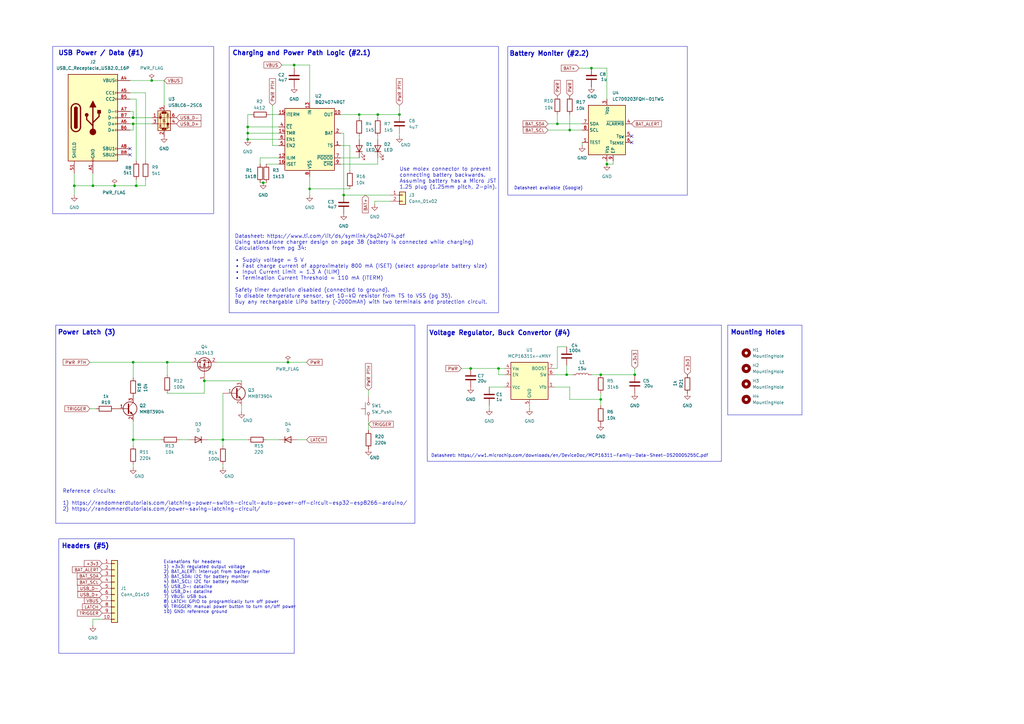
<source format=kicad_sch>
(kicad_sch (version 20231120) (generator "eeschema") (generator_version "8.0")
  (paper "A3")
  (title_block (title "BeeBoard") (date "2025-02-09") (rev "V1") (company "LMakers"))
  (lib_symbols
    (symbol "Battery_Management:BQ24074RGT"
      (property "Reference" "U" (at -8.89 13.97 0))
      (property "Value" "BQ24074RGT" (at 16.51 13.97 0))
      (symbol "BQ24074RGT_1_1"
        (pin passive line (at 12.7 -2.54 180) (length 2.54) (name "TS") (number "1"))
        (pin power_out line (at 12.7 10.16 180) (length 2.54) (name "OUT") (number "10"))
        (pin passive line (at 12.7 10.16 180) (length 2.54) hide (name "OUT") (number "11"))
        (pin passive line (at -12.7 -7.62 0) (length 2.54) (name "ILIM") (number "12"))
        (pin power_in line (at 0 15.24 270) (length 2.54) (name "IN") (number "13"))
        (pin input line (at -12.7 2.54 0) (length 2.54) (name "TMR") (number "14"))
        (pin input line (at -12.7 10.16 0) (length 2.54) (name "ITERM") (number "15"))
        (pin passive line (at -12.7 -10.16 0) (length 2.54) (name "ISET") (number "16"))
        (pin passive line (at 0 -15.24 90) (length 2.54) hide (name "VSS") (number "17"))
        (pin power_out line (at 12.7 2.54 180) (length 2.54) (name "BAT") (number "2"))
        (pin passive line (at 12.7 2.54 180) (length 2.54) hide (name "BAT") (number "3"))
        (pin input line (at -12.7 5.08 0) (length 2.54) (name "~{CE}") (number "4"))
        (pin input line (at -12.7 -2.54 0) (length 2.54) (name "EN2") (number "5"))
        (pin input line (at -12.7 0 0) (length 2.54) (name "EN1") (number "6"))
        (pin open_collector line (at 12.7 -7.62 180) (length 2.54) (name "~{PGOOD}") (number "7"))
        (pin power_in line (at 0 -15.24 90) (length 2.54) (name "VSS") (number "8"))
        (pin open_collector line (at 12.7 -10.16 180) (length 2.54) (name "~{CHG}") (number "9"))
      )
    )
    (symbol "Battery_Management:LC709203FQH-01TWG"
      (property "Reference" "U" (at -6.35 11.43 0))
      (property "Value" "LC709203FQH-01TWG" (at 11.43 11.43 0))
      (symbol "LC709203FQH-01TWG_1_1"
        (pin input line (at -10.16 -5.08 0) (length 2.54) (name "TEST") (number "1"))
        (pin power_in line (at 0 -12.7 90) (length 2.54) (name "V_{SS}") (number "2"))
        (pin power_in line (at 0 12.7 270) (length 2.54) (name "V_{DD}") (number "3"))
        (pin open_collector line (at 10.16 2.54 180) (length 2.54) (name "~{ALARMB}") (number "4"))
        (pin output line (at 10.16 -2.54 180) (length 2.54) (name "T_{SW}") (number "5"))
        (pin input line (at 10.16 -5.08 180) (length 2.54) (name "T_{SENSE}") (number "6"))
        (pin bidirectional line (at -10.16 2.54 0) (length 2.54) (name "SDA") (number "7"))
        (pin input line (at -10.16 0 0) (length 2.54) (name "SCL") (number "8"))
        (pin passive line (at 2.54 -12.7 90) (length 2.54) (name "EP") (number "9"))
      )
    )
    (symbol "Connector:USB_C_Receptacle_USB2.0_16P" (pin_names (offset 1.016))
      (property "Reference" "J" (at 0 22.225 0))
      (property "Value" "USB_C_Receptacle_USB2.0_16P" (at 0 19.685 0))
      (symbol "USB_C_Receptacle_USB2.0_16P_1_1"
        (pin passive line (at 0 -22.86 90) (length 5.08) (name "GND") (number "A1"))
        (pin passive line (at 0 -22.86 90) (length 5.08) hide (name "GND") (number "A12"))
        (pin passive line (at 15.24 15.24 180) (length 5.08) (name "VBUS") (number "A4"))
        (pin bidirectional line (at 15.24 10.16 180) (length 5.08) (name "CC1") (number "A5"))
        (pin bidirectional line (at 15.24 -2.54 180) (length 5.08) (name "D+") (number "A6"))
        (pin bidirectional line (at 15.24 2.54 180) (length 5.08) (name "D-") (number "A7"))
        (pin bidirectional line (at 15.24 -12.7 180) (length 5.08) (name "SBU1") (number "A8"))
        (pin passive line (at 15.24 15.24 180) (length 5.08) hide (name "VBUS") (number "A9"))
        (pin passive line (at 0 -22.86 90) (length 5.08) hide (name "GND") (number "B1"))
        (pin passive line (at 0 -22.86 90) (length 5.08) hide (name "GND") (number "B12"))
        (pin passive line (at 15.24 15.24 180) (length 5.08) hide (name "VBUS") (number "B4"))
        (pin bidirectional line (at 15.24 7.62 180) (length 5.08) (name "CC2") (number "B5"))
        (pin bidirectional line (at 15.24 -5.08 180) (length 5.08) (name "D+") (number "B6"))
        (pin bidirectional line (at 15.24 0 180) (length 5.08) (name "D-") (number "B7"))
        (pin bidirectional line (at 15.24 -15.24 180) (length 5.08) (name "SBU2") (number "B8"))
        (pin passive line (at 15.24 15.24 180) (length 5.08) hide (name "VBUS") (number "B9"))
        (pin passive line (at -7.62 -22.86 90) (length 5.08) (name "SHIELD") (number "S1"))
      )
    )
    (symbol "Connector_Generic:Conn_01x02" (pin_names (offset 1.016) hide)
      (property "Reference" "J" (at 0 2.54 0))
      (property "Value" "Conn_01x02" (at 0 -5.08 0))
      (symbol "Conn_01x02_1_1"
        (pin passive line (at -5.08 0 0) (length 3.81) (name "Pin_1") (number "1"))
        (pin passive line (at -5.08 -2.54 0) (length 3.81) (name "Pin_2") (number "2"))
      )
    )
    (symbol "Connector_Generic:Conn_01x10" (pin_names (offset 1.016) hide)
      (property "Reference" "J" (at 0 12.7 0))
      (property "Value" "Conn_01x10" (at 0 -15.24 0))
      (symbol "Conn_01x10_1_1"
        (pin passive line (at -5.08 10.16 0) (length 3.81) (name "Pin_1") (number "1"))
        (pin passive line (at -5.08 -12.7 0) (length 3.81) (name "Pin_10") (number "10"))
        (pin passive line (at -5.08 7.62 0) (length 3.81) (name "Pin_2") (number "2"))
        (pin passive line (at -5.08 5.08 0) (length 3.81) (name "Pin_3") (number "3"))
        (pin passive line (at -5.08 2.54 0) (length 3.81) (name "Pin_4") (number "4"))
        (pin passive line (at -5.08 0 0) (length 3.81) (name "Pin_5") (number "5"))
        (pin passive line (at -5.08 -2.54 0) (length 3.81) (name "Pin_6") (number "6"))
        (pin passive line (at -5.08 -5.08 0) (length 3.81) (name "Pin_7") (number "7"))
        (pin passive line (at -5.08 -7.62 0) (length 3.81) (name "Pin_8") (number "8"))
        (pin passive line (at -5.08 -10.16 0) (length 3.81) (name "Pin_9") (number "9"))
      )
    )
    (symbol "Device:C" (pin_numbers hide) (pin_names (offset 0.254))
      (property "Reference" "C" (at 0.635 2.54 0))
      (property "Value" "C" (at 0.635 -2.54 0))
      (symbol "C_1_1"
        (pin passive line (at 0 3.81 270) (length 2.794) (name "~") (number "1"))
        (pin passive line (at 0 -3.81 90) (length 2.794) (name "~") (number "2"))
      )
    )
    (symbol "Device:D" (pin_numbers hide) (pin_names (offset 1.016) hide)
      (property "Reference" "D" (at 0 2.54 0))
      (property "Value" "D" (at 0 -2.54 0))
      (symbol "D_1_1"
        (pin passive line (at -3.81 0 0) (length 2.54) (name "K") (number "1"))
        (pin passive line (at 3.81 0 180) (length 2.54) (name "A") (number "2"))
      )
    )
    (symbol "Device:L" (pin_numbers hide) (pin_names (offset 1.016) hide)
      (property "Reference" "L" (at -1.27 0 90))
      (property "Value" "L" (at 1.905 0 90))
      (symbol "L_1_1"
        (pin passive line (at 0 3.81 270) (length 1.27) (name "1") (number "1"))
        (pin passive line (at 0 -3.81 90) (length 1.27) (name "2") (number "2"))
      )
    )
    (symbol "Device:LED" (pin_numbers hide) (pin_names (offset 1.016) hide)
      (property "Reference" "D" (at 0 2.54 0))
      (property "Value" "LED" (at 0 -2.54 0))
      (symbol "LED_1_1"
        (pin passive line (at -3.81 0 0) (length 2.54) (name "K") (number "1"))
        (pin passive line (at 3.81 0 180) (length 2.54) (name "A") (number "2"))
      )
    )
    (symbol "Device:Q_PMOS_GSD" (pin_names (offset 0) hide)
      (property "Reference" "Q" (at 5.08 1.27 0))
      (property "Value" "Q_PMOS_GSD" (at 5.08 -1.27 0))
      (symbol "Q_PMOS_GSD_1_1"
        (pin input line (at -5.08 0 0) (length 2.54) (name "G") (number "1"))
        (pin passive line (at 2.54 -5.08 90) (length 2.54) (name "S") (number "2"))
        (pin passive line (at 2.54 5.08 270) (length 2.54) (name "D") (number "3"))
      )
    )
    (symbol "Device:R" (pin_numbers hide) (pin_names (offset 0))
      (property "Reference" "R" (at 2.032 0 90))
      (property "Value" "R" (at 0 0 90))
      (symbol "R_1_1"
        (pin passive line (at 0 3.81 270) (length 1.27) (name "~") (number "1"))
        (pin passive line (at 0 -3.81 90) (length 1.27) (name "~") (number "2"))
      )
    )
    (symbol "Mechanical:MountingHole" (pin_names (offset 1.016)) (exclude_from_sim yes) (in_bom no)
      (property "Reference" "H" (at 0 5.08 0))
      (property "Value" "MountingHole" (at 0 3.175 0))
    )
    (symbol "Power_Protection:USBLC6-2SC6" (pin_names hide)
      (property "Reference" "U" (at 0.635 5.715 0))
      (property "Value" "USBLC6-2SC6" (at 0.635 3.81 0))
      (symbol "USBLC6-2SC6_1_1"
        (pin passive line (at -5.08 0 0) (length 2.54) (name "I/O1") (number "1"))
        (pin passive line (at 0 -7.62 90) (length 2.54) (name "GND") (number "2"))
        (pin passive line (at -5.08 -2.54 0) (length 2.54) (name "I/O2") (number "3"))
        (pin passive line (at 5.08 -2.54 180) (length 2.54) (name "I/O2") (number "4"))
        (pin passive line (at 0 5.08 270) (length 2.54) (name "VBUS") (number "5"))
        (pin passive line (at 5.08 0 180) (length 2.54) (name "I/O1") (number "6"))
      )
    )
    (symbol "Regulator_Switching:MCP16311x-xMNY"
      (property "Reference" "U" (at -7.62 8.89 0))
      (property "Value" "MCP16311x-xMNY" (at 0 8.89 0))
      (symbol "MCP16311x-xMNY_1_1"
        (pin input line (at 10.16 -2.54 180) (length 2.54) (name "Vfb") (number "1"))
        (pin passive line (at -10.16 -2.54 0) (length 2.54) (name "V_{CC}") (number "2"))
        (pin input line (at -10.16 2.54 0) (length 2.54) (name "EN") (number "3"))
        (pin power_in line (at -10.16 5.08 0) (length 2.54) (name "V_{IN}") (number "4"))
        (pin power_in line (at 0 -10.16 90) (length 2.54) (name "GND") (number "5"))
        (pin power_out line (at 10.16 2.54 180) (length 2.54) (name "SW") (number "6"))
        (pin output line (at 10.16 5.08 180) (length 2.54) (name "BOOST") (number "7"))
        (pin passive line (at 0 -10.16 90) (length 2.54) hide (name "GND") (number "8"))
        (pin passive line (at 0 -10.16 90) (length 2.54) hide (name "GND") (number "9"))
      )
    )
    (symbol "Switch:SW_Push" (pin_numbers hide) (pin_names (offset 1.016) hide)
      (property "Reference" "SW" (at 1.27 2.54 0))
      (property "Value" "SW_Push" (at 0 -1.524 0))
      (symbol "SW_Push_0_1"
        (pin passive line (at -5.08 0 0) (length 2.54) (name "1") (number "1"))
        (pin passive line (at 5.08 0 180) (length 2.54) (name "2") (number "2"))
      )
    )
    (symbol "Transistor_BJT:MMBT3904" (pin_names (offset 0) hide)
      (property "Reference" "Q" (at 5.08 1.905 0))
      (property "Value" "MMBT3904" (at 5.08 0 0))
      (symbol "MMBT3904_1_1"
        (pin input line (at -5.08 0 0) (length 5.715) (name "B") (number "1"))
        (pin passive line (at 2.54 -5.08 90) (length 2.54) (name "E") (number "2"))
        (pin passive line (at 2.54 5.08 270) (length 2.54) (name "C") (number "3"))
      )
    )
    (symbol "power:GND" (power) (pin_numbers hide) (pin_names (offset 0) hide)
      (property "Value" "GND" (at 0 -3.81 0))
      (symbol "GND_1_1"
        (pin power_in line (at 0 0 270) (length 0) (name "~") (number "1"))
      )
    )
    (symbol "power:PWR_FLAG" (power) (pin_numbers hide) (pin_names (offset 0) hide)
      (property "Value" "PWR_FLAG" (at 0 3.81 0))
      (symbol "PWR_FLAG_0_0"
        (pin power_out line (at 0 0 90) (length 0) (name "~") (number "1"))
      )
    )
  )
  (junction (at 68.58 148.59))
  (junction (at 204.47 151.13))
  (junction (at 55.88 76.2))
  (junction (at 246.38 153.67))
  (junction (at 163.83 46.99))
  (junction (at 54.61 50.8))
  (junction (at 118.11 148.59))
  (junction (at 232.41 153.67))
  (junction (at 83.82 156.21))
  (junction (at 101.6 54.61))
  (junction (at 62.23 33.02))
  (junction (at 248.92 67.31))
  (junction (at 54.61 148.59))
  (junction (at 38.1 76.2))
  (junction (at 54.61 48.26))
  (junction (at 228.6 50.8))
  (junction (at 120.65 26.67))
  (junction (at 242.57 27.94))
  (junction (at 46.99 76.2))
  (junction (at 54.61 180.34))
  (junction (at 193.04 151.13))
  (junction (at 233.68 53.34))
  (junction (at 30.48 76.2))
  (junction (at 91.44 180.34))
  (junction (at 127 77.47))
  (junction (at 140.97 80.01))
  (junction (at 246.38 163.83))
  (junction (at 260.35 153.67))
  (junction (at 154.94 46.99))
  (junction (at 101.6 57.15))
  (junction (at 147.32 46.99))
  (junction (at 107.95 74.93))
  (junction (at 101.6 52.07))
  (no_connect (at 259.08 55.88))
  (no_connect (at 53.34 63.5))
  (no_connect (at 259.08 58.42))
  (no_connect (at 53.34 60.96))
  (wire (pts (xy 238.76 58.42) (xy 238.76 59.69)))
  (wire (pts (xy 233.68 163.83) (xy 246.38 163.83)))
  (wire (pts (xy 68.58 161.29) (xy 83.82 161.29)))
  (wire (pts (xy 140.97 80.01) (xy 160.02 80.01)))
  (wire (pts (xy 139.7 64.77) (xy 147.32 64.77)))
  (wire (pts (xy 140.97 54.61) (xy 140.97 80.01)))
  (wire (pts (xy 46.99 76.2) (xy 55.88 76.2)))
  (wire (pts (xy 91.44 180.34) (xy 91.44 182.88)))
  (wire (pts (xy 120.65 26.67) (xy 120.65 27.94)))
  (wire (pts (xy 115.57 26.67) (xy 120.65 26.67)))
  (wire (pts (xy 154.94 46.99) (xy 163.83 46.99)))
  (wire (pts (xy 127 41.91) (xy 127 26.67)))
  (wire (pts (xy 101.6 54.61) (xy 101.6 57.15)))
  (wire (pts (xy 38.1 256.54) (xy 38.1 254)))
  (wire (pts (xy 101.6 57.15) (xy 114.3 57.15)))
  (wire (pts (xy 53.34 50.8) (xy 54.61 50.8)))
  (wire (pts (xy 53.34 40.64) (xy 55.88 40.64)))
  (wire (pts (xy 54.61 148.59) (xy 54.61 154.94)))
  (wire (pts (xy 189.23 151.13) (xy 193.04 151.13)))
  (wire (pts (xy 228.6 151.13) (xy 227.33 151.13)))
  (wire (pts (xy 260.35 151.13) (xy 260.35 153.67)))
  (wire (pts (xy 233.68 158.75) (xy 233.68 163.83)))
  (wire (pts (xy 30.48 76.2) (xy 30.48 80.01)))
  (wire (pts (xy 38.1 254) (xy 41.91 254)))
  (wire (pts (xy 54.61 180.34) (xy 54.61 182.88)))
  (wire (pts (xy 200.66 158.75) (xy 207.01 158.75)))
  (wire (pts (xy 38.1 71.12) (xy 38.1 76.2)))
  (wire (pts (xy 163.83 43.18) (xy 163.83 46.99)))
  (wire (pts (xy 59.69 76.2) (xy 59.69 73.66)))
  (wire (pts (xy 114.3 54.61) (xy 101.6 54.61)))
  (wire (pts (xy 127 72.39) (xy 127 77.47)))
  (wire (pts (xy 107.95 74.93) (xy 109.22 74.93)))
  (wire (pts (xy 204.47 151.13) (xy 207.01 151.13)))
  (wire (pts (xy 193.04 151.13) (xy 204.47 151.13)))
  (wire (pts (xy 83.82 156.21) (xy 99.06 156.21)))
  (wire (pts (xy 143.51 59.69) (xy 143.51 69.85)))
  (wire (pts (xy 111.76 43.18) (xy 111.76 59.69)))
  (wire (pts (xy 53.34 48.26) (xy 54.61 48.26)))
  (wire (pts (xy 30.48 76.2) (xy 38.1 76.2)))
  (wire (pts (xy 106.68 64.77) (xy 114.3 64.77)))
  (wire (pts (xy 248.92 40.64) (xy 248.92 27.94)))
  (wire (pts (xy 83.82 161.29) (xy 83.82 156.21)))
  (wire (pts (xy 125.73 180.34) (xy 121.92 180.34)))
  (wire (pts (xy 204.47 153.67) (xy 204.47 151.13)))
  (wire (pts (xy 54.61 45.72) (xy 54.61 48.26)))
  (wire (pts (xy 68.58 148.59) (xy 68.58 153.67)))
  (wire (pts (xy 54.61 53.34) (xy 54.61 50.8)))
  (wire (pts (xy 251.46 67.31) (xy 248.92 67.31)))
  (wire (pts (xy 151.13 160.02) (xy 151.13 162.56)))
  (wire (pts (xy 59.69 38.1) (xy 59.69 66.04)))
  (wire (pts (xy 139.7 59.69) (xy 143.51 59.69)))
  (wire (pts (xy 68.58 148.59) (xy 78.74 148.59)))
  (wire (pts (xy 139.7 46.99) (xy 147.32 46.99)))
  (wire (pts (xy 91.44 180.34) (xy 101.6 180.34)))
  (wire (pts (xy 207.01 153.67) (xy 204.47 153.67)))
  (wire (pts (xy 228.6 46.99) (xy 228.6 50.8)))
  (wire (pts (xy 127 77.47) (xy 127 80.01)))
  (wire (pts (xy 109.22 67.31) (xy 114.3 67.31)))
  (wire (pts (xy 246.38 153.67) (xy 260.35 153.67)))
  (wire (pts (xy 151.13 176.53) (xy 151.13 172.72)))
  (wire (pts (xy 53.34 33.02) (xy 62.23 33.02)))
  (wire (pts (xy 91.44 190.5) (xy 91.44 191.77)))
  (wire (pts (xy 88.9 148.59) (xy 118.11 148.59)))
  (wire (pts (xy 147.32 46.99) (xy 154.94 46.99)))
  (wire (pts (xy 109.22 180.34) (xy 114.3 180.34)))
  (wire (pts (xy 54.61 48.26) (xy 62.23 48.26)))
  (wire (pts (xy 102.87 46.99) (xy 101.6 46.99)))
  (wire (pts (xy 53.34 53.34) (xy 54.61 53.34)))
  (wire (pts (xy 30.48 71.12) (xy 30.48 76.2)))
  (wire (pts (xy 248.92 67.31) (xy 248.92 66.04)))
  (wire (pts (xy 224.79 50.8) (xy 228.6 50.8)))
  (wire (pts (xy 73.66 180.34) (xy 77.47 180.34)))
  (wire (pts (xy 163.83 54.61) (xy 163.83 55.88)))
  (wire (pts (xy 248.92 27.94) (xy 242.57 27.94)))
  (wire (pts (xy 139.7 67.31) (xy 154.94 67.31)))
  (wire (pts (xy 99.06 166.37) (xy 99.06 168.91)))
  (wire (pts (xy 114.3 59.69) (xy 111.76 59.69)))
  (wire (pts (xy 36.83 167.64) (xy 39.37 167.64)))
  (wire (pts (xy 91.44 161.29) (xy 91.44 180.34)))
  (wire (pts (xy 251.46 66.04) (xy 251.46 67.31)))
  (wire (pts (xy 246.38 163.83) (xy 246.38 166.37)))
  (wire (pts (xy 53.34 38.1) (xy 59.69 38.1)))
  (wire (pts (xy 200.66 166.37) (xy 200.66 167.64)))
  (wire (pts (xy 232.41 149.86) (xy 232.41 153.67)))
  (wire (pts (xy 36.83 148.59) (xy 54.61 148.59)))
  (wire (pts (xy 227.33 158.75) (xy 233.68 158.75)))
  (wire (pts (xy 55.88 76.2) (xy 59.69 76.2)))
  (wire (pts (xy 227.33 153.67) (xy 232.41 153.67)))
  (wire (pts (xy 101.6 46.99) (xy 101.6 52.07)))
  (wire (pts (xy 54.61 190.5) (xy 54.61 191.77)))
  (wire (pts (xy 110.49 46.99) (xy 114.3 46.99)))
  (wire (pts (xy 217.17 166.37) (xy 217.17 167.64)))
  (wire (pts (xy 246.38 161.29) (xy 246.38 163.83)))
  (wire (pts (xy 101.6 52.07) (xy 101.6 54.61)))
  (wire (pts (xy 127 26.67) (xy 120.65 26.67)))
  (wire (pts (xy 38.1 76.2) (xy 46.99 76.2)))
  (wire (pts (xy 233.68 46.99) (xy 233.68 53.34)))
  (wire (pts (xy 153.67 82.55) (xy 153.67 83.82)))
  (wire (pts (xy 67.31 33.02) (xy 67.31 43.18)))
  (wire (pts (xy 147.32 55.88) (xy 147.32 57.15)))
  (wire (pts (xy 127 77.47) (xy 143.51 77.47)))
  (wire (pts (xy 53.34 45.72) (xy 54.61 45.72)))
  (wire (pts (xy 153.67 82.55) (xy 160.02 82.55)))
  (wire (pts (xy 228.6 50.8) (xy 238.76 50.8)))
  (wire (pts (xy 228.6 142.24) (xy 232.41 142.24)))
  (wire (pts (xy 246.38 153.67) (xy 242.57 153.67)))
  (wire (pts (xy 237.49 27.94) (xy 242.57 27.94)))
  (wire (pts (xy 234.95 153.67) (xy 232.41 153.67)))
  (wire (pts (xy 233.68 53.34) (xy 238.76 53.34)))
  (wire (pts (xy 154.94 46.99) (xy 154.94 48.26)))
  (wire (pts (xy 114.3 52.07) (xy 101.6 52.07)))
  (wire (pts (xy 106.68 67.31) (xy 106.68 64.77)))
  (wire (pts (xy 54.61 148.59) (xy 68.58 148.59)))
  (wire (pts (xy 118.11 148.59) (xy 125.73 148.59)))
  (wire (pts (xy 55.88 73.66) (xy 55.88 76.2)))
  (wire (pts (xy 228.6 142.24) (xy 228.6 151.13)))
  (wire (pts (xy 224.79 53.34) (xy 233.68 53.34)))
  (wire (pts (xy 85.09 180.34) (xy 91.44 180.34)))
  (wire (pts (xy 147.32 46.99) (xy 147.32 48.26)))
  (wire (pts (xy 54.61 172.72) (xy 54.61 180.34)))
  (wire (pts (xy 54.61 180.34) (xy 66.04 180.34)))
  (wire (pts (xy 154.94 55.88) (xy 154.94 57.15)))
  (wire (pts (xy 139.7 54.61) (xy 140.97 54.61)))
  (wire (pts (xy 106.68 74.93) (xy 107.95 74.93)))
  (wire (pts (xy 55.88 40.64) (xy 55.88 66.04)))
  (wire (pts (xy 62.23 33.02) (xy 67.31 33.02)))
  (wire (pts (xy 154.94 67.31) (xy 154.94 64.77)))
  (wire (pts (xy 54.61 50.8) (xy 62.23 50.8)))
  (rectangle (start 24.13 220.98) (end 120.65 267.97))
  (rectangle (start 298.45 133.35) (end 328.93 170.18))
  (rectangle (start 21.59 19.05) (end 87.63 87.63))
  (rectangle (start 93.98 19.05) (end 204.47 128.27))
  (rectangle (start 175.26 133.35) (end 295.91 189.23))
  (rectangle (start 208.28 19.05) (end 281.94 80.01))
  (rectangle (start 22.86 133.35) (end 170.18 214.63))
  (text "Reference circuits: \n\n1) https://randomnerdtutorials.com/latching-power-switch-circuit-auto-power-off-circuit-esp32-esp8266-arduino/\n2) https://randomnerdtutorials.com/power-saving-latching-circuit/\n" (at 25.654 205.232 0) (effects (font (size 1.524 1.524)) (justify left)))
  (text "Use molex connector to prevent \nconnecting battery backwards.\nAssuming battery has a Micro JST \n1.25 plug (1.25mm pitch, 2-pin).\n" (at 163.83 73.152 0) (effects (font (size 1.524 1.524)) (justify left)))
  (text "Headers (#5)" (at 35.052 224.028 0) (effects (font (size 1.905 1.905) (bold yes))))
  (text "Datasheet: https://www.ti.com/lit/ds/symlink/bq24074.pdf\nUsing standalone charger design on page 38 (battery is connected while charging)\nCalculations from pg 34: \n\n• Supply voltage = 5 V\n• Fast charge current of approximately 800 mA (ISET) (select appropriate battery size)\n• Input Current Limit = 1.3 A (ILIM)\n• Termination Current Threshold = 110 mA (ITERM)\n\nSafety timer duration disabled (connected to ground).\nTo disable temperature sensor, set 10-kΩ resistor from TS to VSS (pg 35).\nBuy any rechargable LiPo battery (~2000mAh) with two terminals and protection circuit." (at 96.266 110.49 0) (effects (font (size 1.524 1.524)) (justify left)))
  (text "Exlanations for headers: \n1) +3v3: regulated output voltage\n2) BAT_ALERT: interrupt from battery moniter\n3) BAT_SDA: I2C for battery moniter\n4) BAT_SCL: I2C for battery moniter\n5) USB_D-: dataline\n6) USB_D+: dataline\n7) VBUS: USB bus\n8) LATCH: GPIO to programtically turn off power\n9) TRIGGER: manual power button to turn on/off power\n10) GND: reference ground" (at 67.056 240.792 0) (effects (font (size 1.27 1.27)) (justify left)))
  (text "Mounting Holes" (at 310.896 136.398 0) (effects (font (size 1.905 1.905) (bold yes))))
  (text "Datasheet: https://ww1.microchip.com/downloads/en/DeviceDoc/MCP16311-Family-Data-Sheet-DS20005255C.pdf" (at 176.784 186.944 0) (effects (font (size 1.27 1.27)) (justify left)))
  (text "Datasheet available (Google)" (at 210.82 77.216 0) (effects (font (size 1.27 1.27)) (justify left)))
  (text "USB Power / Data (#1)\n" (at 41.402 21.844 0) (effects (font (size 1.905 1.905) (thickness 0.381) (bold yes))))
  (text "Voltage Regulator, Buck Convertor (#4)" (at 204.978 136.652 0) (effects (font (size 1.905 1.905) (bold yes))))
  (text "Battery Moniter (#2.2)" (at 225.298 22.098 0) (effects (font (size 1.905 1.905) (bold yes))))
  (text "Charging and Power Path Logic (#2.1)" (at 123.698 21.844 0) (effects (font (size 1.905 1.905) (bold yes))))
  (text "Power Latch (3)" (at 35.56 136.398 0) (effects (font (size 1.905 1.905) (bold yes))))
  (global_label "BAT_ALERT" (shape input) (at 41.91 233.68 180) (property "Intersheetrefs" "${INTERSHEET_REFS}" (effects (hide yes))))
  (global_label "PWR" (shape input) (at 233.68 39.37 90) (property "Intersheetrefs" "${INTERSHEET_REFS}" (effects (hide yes))))
  (global_label "TRIGGER" (shape input) (at 41.91 251.46 180) (property "Intersheetrefs" "${INTERSHEET_REFS}" (effects (hide yes))))
  (global_label "LATCH" (shape input) (at 41.91 248.92 180) (property "Intersheetrefs" "${INTERSHEET_REFS}" (effects (hide yes))))
  (global_label "PWR PTH" (shape input) (at 163.83 43.18 90) (property "Intersheetrefs" "${INTERSHEET_REFS}" (effects (hide yes))))
  (global_label "PWR PTH" (shape input) (at 36.83 148.59 180) (property "Intersheetrefs" "${INTERSHEET_REFS}" (effects (hide yes))))
  (global_label "VBUS" (shape input) (at 67.31 33.02 0) (property "Intersheetrefs" "${INTERSHEET_REFS}" (effects (hide yes))))
  (global_label "BAT_SDA" (shape input) (at 224.79 50.8 180) (property "Intersheetrefs" "${INTERSHEET_REFS}" (effects (hide yes))))
  (global_label "TRIGGER" (shape input) (at 151.13 173.99 0) (property "Intersheetrefs" "${INTERSHEET_REFS}" (effects (hide yes))))
  (global_label "PWR" (shape input) (at 125.73 148.59 0) (property "Intersheetrefs" "${INTERSHEET_REFS}" (effects (hide yes))))
  (global_label "PWR PTH" (shape input) (at 111.76 43.18 90) (property "Intersheetrefs" "${INTERSHEET_REFS}" (effects (hide yes))))
  (global_label "PWR" (shape input) (at 228.6 39.37 90) (property "Intersheetrefs" "${INTERSHEET_REFS}" (effects (hide yes))))
  (global_label "TRIGGER" (shape input) (at 36.83 167.64 180) (property "Intersheetrefs" "${INTERSHEET_REFS}" (effects (hide yes))))
  (global_label "LATCH" (shape input) (at 125.73 180.34 0) (property "Intersheetrefs" "${INTERSHEET_REFS}" (effects (hide yes))))
  (global_label "BAT_SDA" (shape input) (at 41.91 236.22 180) (property "Intersheetrefs" "${INTERSHEET_REFS}" (effects (hide yes))))
  (global_label "BAT_ALERT" (shape input) (at 259.08 50.8 0) (property "Intersheetrefs" "${INTERSHEET_REFS}" (effects (hide yes))))
  (global_label "BAT_SCL" (shape input) (at 224.79 53.34 180) (property "Intersheetrefs" "${INTERSHEET_REFS}" (effects (hide yes))))
  (global_label "BAT+" (shape input) (at 149.86 80.01 270) (property "Intersheetrefs" "${INTERSHEET_REFS}" (effects (hide yes))))
  (global_label "+3v3" (shape input) (at 41.91 231.14 180) (property "Intersheetrefs" "${INTERSHEET_REFS}" (effects (hide yes))))
  (global_label "PWR" (shape input) (at 189.23 151.13 180) (property "Intersheetrefs" "${INTERSHEET_REFS}" (effects (hide yes))))
  (global_label "+3v3" (shape input) (at 260.35 151.13 90) (property "Intersheetrefs" "${INTERSHEET_REFS}" (effects (hide yes))))
  (global_label "USB_D-" (shape input) (at 41.91 241.3 180) (property "Intersheetrefs" "${INTERSHEET_REFS}" (effects (hide yes))))
  (global_label "USB_D+" (shape input) (at 72.39 50.8 0) (property "Intersheetrefs" "${INTERSHEET_REFS}" (effects (hide yes))))
  (global_label "VBUS" (shape input) (at 41.91 246.38 180) (property "Intersheetrefs" "${INTERSHEET_REFS}" (effects (hide yes))))
  (global_label "USB_D-" (shape input) (at 72.39 48.26 0) (property "Intersheetrefs" "${INTERSHEET_REFS}" (effects (hide yes))))
  (global_label "VBUS" (shape input) (at 115.57 26.67 180) (property "Intersheetrefs" "${INTERSHEET_REFS}" (effects (hide yes))))
  (global_label "BAT_SCL" (shape input) (at 41.91 238.76 180) (property "Intersheetrefs" "${INTERSHEET_REFS}" (effects (hide yes))))
  (global_label "PWR PTH" (shape input) (at 151.13 160.02 90) (property "Intersheetrefs" "${INTERSHEET_REFS}" (effects (hide yes))))
  (global_label "BAT+" (shape input) (at 237.49 27.94 180) (property "Intersheetrefs" "${INTERSHEET_REFS}" (effects (hide yes))))
  (global_label "USB_D+" (shape input) (at 41.91 243.84 180) (property "Intersheetrefs" "${INTERSHEET_REFS}" (effects (hide yes))))
  (global_label "+3v3" (shape input) (at 281.94 153.67 90) (property "Intersheetrefs" "${INTERSHEET_REFS}" (effects (hide yes))))
  (symbol (lib_id "Device:D") (at 118.11 180.34 0) (unit 1)
    (property "Reference" "D4" (at 118.11 173.99 0))
    (property "Value" "D" (at 118.11 176.53 0))
    (property "Footprint" "Diode_SMD:D_0402_1005Metric" (effects (hide yes)))
    (property "Description" "Diode" (effects (hide yes)))
    (property "Sim.Device" "D" (effects (hide yes)))
    (property "Sim.Pins" "1=K 2=A" (effects (hide yes)))
  )
  (symbol (lib_id "Device:R") (at 233.68 43.18 0) (unit 1)
    (property "Reference" "R17" (at 236.22 41.9099 0) (effects (justify left)))
    (property "Value" "10k" (at 236.22 44.4499 0) (effects (justify left)))
    (property "Footprint" "Resistor_SMD:R_0402_1005Metric" (effects (hide yes)))
    (property "Description" "Resistor" (effects (hide yes)))
  )
  (symbol (lib_id "power:GND") (at 101.6 57.15 0) (unit 1)
    (property "Reference" "#PWR01" (effects (hide yes)))
    (property "Value" "GND" (at 101.6 62.23 0))
    (property "Description" "Power symbol creates a global label with name \"GND\" , ground" (effects (hide yes)))
  )
  (symbol (lib_id "power:GND") (at 281.94 161.29 0) (unit 1)
    (property "Reference" "#PWR09" (effects (hide yes)))
    (property "Value" "GND" (at 281.94 166.37 0))
    (property "Description" "Power symbol creates a global label with name \"GND\" , ground" (effects (hide yes)))
  )
  (symbol (lib_id "Device:C") (at 120.65 31.75 0) (unit 1)
    (property "Reference" "C2" (at 114.046 30.734 0) (effects (justify left)))
    (property "Value" "4u7" (at 114.046 32.766 0) (effects (justify left)))
    (property "Footprint" "Capacitor_SMD:C_0402_1005Metric" (effects (hide yes)))
    (property "Description" "Unpolarized capacitor" (effects (hide yes)))
  )
  (symbol (lib_id "Switch:SW_Push") (at 151.13 167.64 90) (unit 1)
    (property "Reference" "SW1" (at 152.4 166.3699 90) (effects (justify right)))
    (property "Value" "SW_Push" (at 152.4 168.9099 90) (effects (justify right)))
    (property "Footprint" "footprints:3983_switch" (effects (hide yes)))
    (property "Description" "Push button switch, generic, two pins" (effects (hide yes)))
    (property "Digikey Link" "https://www.digikey.com/en/products/detail/adafruit-industries-llc/3983/9826291" (effects (hide yes)))
    (property "Manufacturer Product Number" "3983" (effects (hide yes)))
  )
  (symbol (lib_id "Connector_Generic:Conn_01x10") (at 46.99 241.3 0) (unit 1)
    (property "Reference" "J1" (at 49.53 241.2999 0) (effects (justify left)))
    (property "Value" "Conn_01x10" (at 49.53 243.8399 0) (effects (justify left)))
    (property "Footprint" "Connector_PinHeader_2.54mm:PinHeader_1x10_P2.54mm_Vertical" (effects (hide yes)))
    (property "Description" "Generic connector, single row, 01x10, script generated (kicad-library-utils/schlib/autogen/connector/)" (effects (hide yes)))
  )
  (symbol (lib_id "power:GND") (at 67.31 55.88 0) (unit 1)
    (property "Reference" "#PWR013" (effects (hide yes)))
    (property "Value" "GND" (at 67.31 60.96 0))
    (property "Description" "Power symbol creates a global label with name \"GND\" , ground" (effects (hide yes)))
  )
  (symbol (lib_id "Device:C") (at 200.66 162.56 0) (unit 1)
    (property "Reference" "C1" (at 203.454 161.798 0) (effects (justify left)))
    (property "Value" "1u" (at 203.454 163.83 0) (effects (justify left)))
    (property "Footprint" "Capacitor_SMD:C_0402_1005Metric" (effects (hide yes)))
    (property "Description" "Unpolarized capacitor" (effects (hide yes)))
  )
  (symbol (lib_id "Device:R") (at 246.38 170.18 180) (unit 1)
    (property "Reference" "R6" (at 248.92 168.9099 0) (effects (justify right)))
    (property "Value" "10k" (at 248.92 171.4499 0) (effects (justify right)))
    (property "Footprint" "Resistor_SMD:R_0402_1005Metric" (effects (hide yes)))
    (property "Description" "Resistor" (effects (hide yes)))
  )
  (symbol (lib_id "Transistor_BJT:MMBT3904") (at 96.52 161.29 0) (unit 1)
    (property "Reference" "Q3" (at 101.6 160.0199 0) (effects (justify left)))
    (property "Value" "MMBT3904" (at 101.6 162.5599 0) (effects (justify left)))
    (property "Footprint" "Package_TO_SOT_SMD:SOT-23" (effects (hide yes)))
    (property "Datasheet" "https://www.onsemi.com/pdf/datasheet/pzt3904-d.pdf" (effects (hide yes)))
    (property "Description" "0.2A Ic, 40V Vce, Small Signal NPN Transistor, SOT-23" (effects (hide yes)))
  )
  (symbol (lib_id "Connector:USB_C_Receptacle_USB2.0_16P") (at 38.1 48.26 0) (unit 1)
    (property "Reference" "J2" (at 38.1 25.4 0))
    (property "Value" "USB_C_Receptacle_USB2.0_16P" (at 38.1 27.94 0))
    (property "Footprint" "Connector_USB:USB_C_Receptacle_GCT_USB4105-xx-A_16P_TopMnt_Horizontal" (effects (hide yes)))
    (property "Datasheet" "https://www.usb.org/sites/default/files/documents/usb_type-c.zip" (effects (hide yes)))
    (property "Description" "USB 2.0-only 16P Type-C Receptacle connector" (effects (hide yes)))
    (property "Digikey Link" "https://www.digikey.com/en/products/detail/gct/USB4520-03-0-A/15283199" (effects (hide yes)))
    (property "Manufacturer Product Number" "USB4520-03-0-A" (effects (hide yes)))
  )
  (symbol (lib_id "Device:R") (at 106.68 46.99 270) (unit 1)
    (property "Reference" "R2" (at 106.426 41.656 90))
    (property "Value" "4k12" (at 106.426 44.196 90))
    (property "Footprint" "Resistor_SMD:R_0402_1005Metric" (effects (hide yes)))
    (property "Description" "Resistor" (effects (hide yes)))
  )
  (symbol (lib_id "Device:L") (at 238.76 153.67 90) (unit 1)
    (property "Reference" "L1" (at 238.76 148.59 90))
    (property "Value" "15u" (at 238.76 151.13 90))
    (property "Footprint" "Inductor_SMD:L_0402_1005Metric" (effects (hide yes)))
    (property "Description" "Inductor" (effects (hide yes)))
  )
  (symbol (lib_id "Battery_Management:BQ24074RGT") (at 127 57.15 0) (unit 1)
    (property "Reference" "U2" (at 129.1941 39.37 0) (effects (justify left)))
    (property "Value" "BQ24074RGT" (at 129.1941 41.91 0) (effects (justify left)))
    (property "Footprint" "Package_DFN_QFN:VQFN-16-1EP_3x3mm_P0.5mm_EP1.6x1.6mm" (effects (hide yes)))
    (property "Datasheet" "http://www.ti.com/lit/ds/symlink/bq24074.pdf" (effects (hide yes)))
    (property "Description" "USB-Friendly Li-Ion Battery Charger and Power-Path Management, VQFN-16" (effects (hide yes)))
  )
  (symbol (lib_id "Device:R") (at 69.85 180.34 90) (unit 1)
    (property "Reference" "R13" (at 69.596 182.88 90))
    (property "Value" "10k" (at 69.596 185.42 90))
    (property "Footprint" "Resistor_SMD:R_0402_1005Metric" (effects (hide yes)))
    (property "Description" "Resistor" (effects (hide yes)))
  )
  (symbol (lib_id "Battery_Management:LC709203FQH-01TWG") (at 248.92 53.34 0) (unit 1)
    (property "Reference" "U4" (at 251.1141 38.1 0) (effects (justify left)))
    (property "Value" "LC709203FQH-01TWG" (at 251.1141 40.64 0) (effects (justify left)))
    (property "Footprint" "Package_DFN_QFN:WDFN-8-1EP_4x3mm_P0.65mm_EP2.4x1.8mm" (effects (hide yes)))
    (property "Datasheet" "https://www.onsemi.com/download/data-sheet/pdf/lc709203f-d.pdf" (effects (hide yes)))
    (property "Description" "Single LiPo battery fuel gauge, I2C, type 01, WDFN-8" (effects (hide yes)))
  )
  (symbol (lib_id "power:PWR_FLAG") (at 62.23 33.02 0) (unit 1)
    (property "Reference" "#FLG02" (effects (hide yes)))
    (property "Value" "PWR_FLAG" (at 62.23 27.94 0))
    (property "Description" "Special symbol for telling ERC where power comes from" (effects (hide yes)))
  )
  (symbol (lib_id "Device:R") (at 281.94 157.48 0) (unit 1)
    (property "Reference" "R21" (at 279.4 157.226 90))
    (property "Value" "1k" (at 276.86 157.226 90))
    (property "Footprint" "Resistor_SMD:R_0402_1005Metric" (effects (hide yes)))
    (property "Description" "Resistor" (effects (hide yes)))
  )
  (symbol (lib_id "Device:C") (at 163.83 50.8 0) (unit 1)
    (property "Reference" "C6" (at 167.64 49.5299 0) (effects (justify left)))
    (property "Value" "4u7" (at 167.64 52.0699 0) (effects (justify left)))
    (property "Footprint" "Capacitor_SMD:C_0402_1005Metric" (effects (hide yes)))
    (property "Description" "Unpolarized capacitor" (effects (hide yes)))
  )
  (symbol (lib_id "Device:R") (at 109.22 71.12 180) (unit 1)
    (property "Reference" "R3" (at 111.76 69.8499 0) (effects (justify right)))
    (property "Value" "1k13" (at 111.76 72.3899 0) (effects (justify right)))
    (property "Footprint" "Resistor_SMD:R_0402_1005Metric" (effects (hide yes)))
    (property "Description" "Resistor" (effects (hide yes)))
  )
  (symbol (lib_id "Device:R") (at 147.32 52.07 0) (unit 1)
    (property "Reference" "R4" (at 149.86 50.7999 0) (effects (justify left)))
    (property "Value" "1k5" (at 149.86 53.3399 0) (effects (justify left)))
    (property "Footprint" "Resistor_SMD:R_0402_1005Metric" (effects (hide yes)))
    (property "Description" "Resistor" (effects (hide yes)))
  )
  (symbol (lib_id "power:GND") (at 91.44 191.77 0) (unit 1)
    (property "Reference" "#PWR016" (effects (hide yes)))
    (property "Value" "GND" (at 93.98 195.326 0))
    (property "Description" "Power symbol creates a global label with name \"GND\" , ground" (effects (hide yes)))
  )
  (symbol (lib_id "Device:C") (at 232.41 146.05 180) (unit 1)
    (property "Reference" "C4" (at 236.982 141.732 0) (effects (justify left)))
    (property "Value" "100n" (at 238.252 143.764 0) (effects (justify left)))
    (property "Footprint" "Capacitor_SMD:C_0402_1005Metric" (effects (hide yes)))
    (property "Description" "Unpolarized capacitor" (effects (hide yes)))
  )
  (symbol (lib_id "Device:R") (at 68.58 157.48 0) (unit 1)
    (property "Reference" "R12" (at 71.12 156.2099 0) (effects (justify left)))
    (property "Value" "100k" (at 71.12 158.7499 0) (effects (justify left)))
    (property "Footprint" "Resistor_SMD:R_0402_1005Metric" (effects (hide yes)))
    (property "Description" "Resistor" (effects (hide yes)))
  )
  (symbol (lib_id "Device:C") (at 242.57 31.75 0) (unit 1)
    (property "Reference" "C8" (at 245.872 30.48 0) (effects (justify left)))
    (property "Value" "1u" (at 246.38 32.512 0) (effects (justify left)))
    (property "Footprint" "Capacitor_SMD:C_0402_1005Metric" (effects (hide yes)))
    (property "Description" "Unpolarized capacitor" (effects (hide yes)))
  )
  (symbol (lib_id "power:GND") (at 242.57 35.56 0) (unit 1)
    (property "Reference" "#PWR020" (effects (hide yes)))
    (property "Value" "GND" (at 242.824 39.624 0))
    (property "Description" "Power symbol creates a global label with name \"GND\" , ground" (effects (hide yes)))
  )
  (symbol (lib_id "power:GND") (at 107.95 74.93 0) (unit 1)
    (property "Reference" "#PWR02" (effects (hide yes)))
    (property "Value" "GND" (at 107.95 80.01 0))
    (property "Description" "Power symbol creates a global label with name \"GND\" , ground" (effects (hide yes)))
  )
  (symbol (lib_id "Mechanical:MountingHole") (at 306.07 163.83 0) (unit 1) (exclude_from_sim yes) (in_bom no)
    (property "Reference" "H4" (at 308.61 162.5599 0) (effects (justify left)))
    (property "Value" "MountingHole" (at 308.61 165.0999 0) (effects (justify left)))
    (property "Footprint" "MountingHole:MountingHole_2.1mm" (effects (hide yes)))
    (property "Description" "Mounting Hole without connection" (effects (hide yes)))
  )
  (symbol (lib_id "Device:C") (at 140.97 83.82 0) (unit 1)
    (property "Reference" "C3" (at 134.366 82.804 0) (effects (justify left)))
    (property "Value" "4u7" (at 134.366 84.836 0) (effects (justify left)))
    (property "Footprint" "Capacitor_SMD:C_0402_1005Metric" (effects (hide yes)))
    (property "Description" "Unpolarized capacitor" (effects (hide yes)))
  )
  (symbol (lib_id "power:GND") (at 54.61 191.77 0) (unit 1)
    (property "Reference" "#PWR014" (effects (hide yes)))
    (property "Value" "GND" (at 57.15 195.326 0))
    (property "Description" "Power symbol creates a global label with name \"GND\" , ground" (effects (hide yes)))
  )
  (symbol (lib_id "Mechanical:MountingHole") (at 306.07 157.48 0) (unit 1) (exclude_from_sim yes) (in_bom no)
    (property "Reference" "H3" (at 308.61 156.2099 0) (effects (justify left)))
    (property "Value" "MountingHole" (at 308.61 158.7499 0) (effects (justify left)))
    (property "Footprint" "MountingHole:MountingHole_2.1mm" (effects (hide yes)))
    (property "Description" "Mounting Hole without connection" (effects (hide yes)))
  )
  (symbol (lib_id "Device:R") (at 246.38 157.48 180) (unit 1)
    (property "Reference" "R5" (at 248.92 156.2099 0) (effects (justify right)))
    (property "Value" "31k6" (at 248.92 158.7499 0) (effects (justify right)))
    (property "Footprint" "Resistor_SMD:R_0402_1005Metric" (effects (hide yes)))
    (property "Description" "Resistor" (effects (hide yes)))
  )
  (symbol (lib_id "Regulator_Switching:MCP16311x-xMNY") (at 217.17 156.21 0) (unit 1)
    (property "Reference" "U1" (at 217.17 143.51 0))
    (property "Value" "MCP16311x-xMNY" (at 217.17 146.05 0))
    (property "Footprint" "Package_DFN_QFN:DFN-8-1EP_3x2mm_P0.5mm_EP1.75x1.45mm" (effects (hide yes)))
    (property "Datasheet" "https://ww1.microchip.com/downloads/en/DeviceDoc/MCP16311-Family-Data-Sheet-DS20005255C.pdf" (effects (hide yes)))
    (property "Description" "1A Output Voltage, 30V Input, integrated switch step-down regulator, PFM/PWM modulation, DFN-8" (effects (hide yes)))
  )
  (symbol (lib_id "power:GND") (at 248.92 67.31 0) (unit 1)
    (property "Reference" "#PWR021" (effects (hide yes)))
    (property "Value" "GND" (at 248.92 72.39 0))
    (property "Description" "Power symbol creates a global label with name \"GND\" , ground" (effects (hide yes)))
  )
  (symbol (lib_id "power:GND") (at 140.97 87.63 0) (unit 1)
    (property "Reference" "#PWR07" (effects (hide yes)))
    (property "Value" "GND" (at 140.97 92.71 0))
    (property "Description" "Power symbol creates a global label with name \"GND\" , ground" (effects (hide yes)))
  )
  (symbol (lib_id "Device:R") (at 228.6 43.18 0) (unit 1)
    (property "Reference" "R10" (at 223.012 41.402 0) (effects (justify left)))
    (property "Value" "10k" (at 223.266 44.196 0) (effects (justify left)))
    (property "Footprint" "Resistor_SMD:R_0402_1005Metric" (effects (hide yes)))
    (property "Description" "Resistor" (effects (hide yes)))
  )
  (symbol (lib_id "power:GND") (at 30.48 80.01 0) (unit 1)
    (property "Reference" "#PWR012" (effects (hide yes)))
    (property "Value" "GND" (at 30.48 85.09 0))
    (property "Description" "Power symbol creates a global label with name \"GND\" , ground" (effects (hide yes)))
  )
  (symbol (lib_id "power:PWR_FLAG") (at 118.11 148.59 0) (unit 1)
    (property "Reference" "#FLG03" (effects (hide yes)))
    (property "Value" "PWR_FLAG" (at 117.856 151.384 0))
    (property "Description" "Special symbol for telling ERC where power comes from" (effects (hide yes)))
  )
  (symbol (lib_id "power:GND") (at 120.65 35.56 0) (unit 1)
    (property "Reference" "#PWR04" (effects (hide yes)))
    (property "Value" "GND" (at 120.65 40.64 0))
    (property "Description" "Power symbol creates a global label with name \"GND\" , ground" (effects (hide yes)))
  )
  (symbol (lib_id "Transistor_BJT:MMBT3904") (at 52.07 167.64 0) (unit 1)
    (property "Reference" "Q2" (at 57.15 166.3699 0) (effects (justify left)))
    (property "Value" "MMBT3904" (at 57.15 168.9099 0) (effects (justify left)))
    (property "Footprint" "Package_TO_SOT_SMD:SOT-23" (effects (hide yes)))
    (property "Datasheet" "https://www.onsemi.com/pdf/datasheet/pzt3904-d.pdf" (effects (hide yes)))
    (property "Description" "0.2A Ic, 40V Vce, Small Signal NPN Transistor, SOT-23" (effects (hide yes)))
  )
  (symbol (lib_id "Device:R") (at 106.68 71.12 0) (unit 1)
    (property "Reference" "R1" (at 100.838 69.85 0) (effects (justify left)))
    (property "Value" "1k18" (at 100.33 72.39 0) (effects (justify left)))
    (property "Footprint" "Resistor_SMD:R_0402_1005Metric" (effects (hide yes)))
    (property "Description" "Resistor" (effects (hide yes)))
  )
  (symbol (lib_id "Connector_Generic:Conn_01x02") (at 165.1 80.01 0) (unit 1)
    (property "Reference" "J3" (at 167.64 80.0099 0) (effects (justify left)))
    (property "Value" "Conn_01x02" (at 167.64 82.5499 0) (effects (justify left)))
    (property "Footprint" "Connector_JST:JST_GH_BM02B-GHS-TBT_1x02-1MP_P1.25mm_Vertical" (effects (hide yes)))
    (property "Description" "Generic connector, single row, 01x02, script generated (kicad-library-utils/schlib/autogen/connector/)" (effects (hide yes)))
    (property "Digikey Link" "https://www.digikey.com/en/products/detail/molex/0530470210/242853" (effects (hide yes)))
    (property "Manufacturer Product Number" "0530470210" (effects (hide yes)))
  )
  (symbol (lib_id "power:GND") (at 163.83 55.88 0) (unit 1)
    (property "Reference" "#PWR011" (effects (hide yes)))
    (property "Value" "GND" (at 166.37 59.436 0))
    (property "Description" "Power symbol creates a global label with name \"GND\" , ground" (effects (hide yes)))
  )
  (symbol (lib_id "power:GND") (at 246.38 173.99 0) (unit 1)
    (property "Reference" "#PWR08" (effects (hide yes)))
    (property "Value" "GND" (at 246.38 179.07 0))
    (property "Description" "Power symbol creates a global label with name \"GND\" , ground" (effects (hide yes)))
  )
  (symbol (lib_id "Device:R") (at 54.61 158.75 180) (unit 1)
    (property "Reference" "R18" (at 57.15 159.004 90))
    (property "Value" "10k" (at 59.69 159.004 90))
    (property "Footprint" "Resistor_SMD:R_0402_1005Metric" (effects (hide yes)))
    (property "Description" "Resistor" (effects (hide yes)))
  )
  (symbol (lib_id "Device:R") (at 143.51 73.66 0) (unit 1)
    (property "Reference" "R16" (at 146.05 72.3899 0) (effects (justify left)))
    (property "Value" "10k" (at 146.05 74.9299 0) (effects (justify left)))
    (property "Footprint" "Resistor_SMD:R_0402_1005Metric" (effects (hide yes)))
    (property "Description" "Resistor" (effects (hide yes)))
  )
  (symbol (lib_id "Device:R") (at 55.88 69.85 0) (unit 1)
    (property "Reference" "R8" (at 51.308 68.834 0) (effects (justify left)))
    (property "Value" "5k1" (at 50.546 70.866 0) (effects (justify left)))
    (property "Footprint" "Resistor_SMD:R_0402_1005Metric" (effects (hide yes)))
    (property "Description" "Resistor" (effects (hide yes)))
  )
  (symbol (lib_id "Device:R") (at 59.69 69.85 0) (unit 1)
    (property "Reference" "R9" (at 62.23 68.5799 0) (effects (justify left)))
    (property "Value" "5k1" (at 62.23 71.1199 0) (effects (justify left)))
    (property "Footprint" "Resistor_SMD:R_0402_1005Metric" (effects (hide yes)))
    (property "Description" "Resistor" (effects (hide yes)))
  )
  (symbol (lib_id "Device:C") (at 260.35 157.48 0) (unit 1)
    (property "Reference" "C5" (at 263.652 156.21 0) (effects (justify left)))
    (property "Value" "20u" (at 264.16 158.242 0) (effects (justify left)))
    (property "Footprint" "Capacitor_SMD:C_0402_1005Metric" (effects (hide yes)))
    (property "Description" "Unpolarized capacitor" (effects (hide yes)))
  )
  (symbol (lib_id "Device:R") (at 91.44 186.69 0) (unit 1)
    (property "Reference" "R14" (at 85.344 185.674 0) (effects (justify left)))
    (property "Value" "100k" (at 85.344 188.214 0) (effects (justify left)))
    (property "Footprint" "Resistor_SMD:R_0402_1005Metric" (effects (hide yes)))
    (property "Description" "Resistor" (effects (hide yes)))
  )
  (symbol (lib_id "power:GND") (at 38.1 256.54 0) (unit 1)
    (property "Reference" "#PWR023" (effects (hide yes)))
    (property "Value" "GND" (at 38.1 261.62 0))
    (property "Description" "Power symbol creates a global label with name \"GND\" , ground" (effects (hide yes)))
  )
  (symbol (lib_id "power:PWR_FLAG") (at 46.99 76.2 0) (unit 1)
    (property "Reference" "#FLG01" (effects (hide yes)))
    (property "Value" "PWR_FLAG" (at 46.736 78.994 0))
    (property "Description" "Special symbol for telling ERC where power comes from" (effects (hide yes)))
  )
  (symbol (lib_id "power:GND") (at 151.13 184.15 0) (unit 1)
    (property "Reference" "#PWR022" (effects (hide yes)))
    (property "Value" "GND" (at 153.67 187.706 0))
    (property "Description" "Power symbol creates a global label with name \"GND\" , ground" (effects (hide yes)))
  )
  (symbol (lib_id "Device:LED") (at 147.32 60.96 90) (unit 1)
    (property "Reference" "D1" (at 150.114 59.182 90) (effects (justify right)))
    (property "Value" "LED" (at 150.114 61.468 90) (effects (justify right)))
    (property "Footprint" "LED_SMD:LED_0402_1005Metric" (effects (hide yes)))
    (property "Description" "Light emitting diode" (effects (hide yes)))
  )
  (symbol (lib_id "Device:D") (at 81.28 180.34 180) (unit 1)
    (property "Reference" "D3" (at 81.28 173.99 0))
    (property "Value" "D" (at 81.28 176.53 0))
    (property "Footprint" "Diode_SMD:D_0402_1005Metric" (effects (hide yes)))
    (property "Description" "Diode" (effects (hide yes)))
    (property "Sim.Device" "D" (effects (hide yes)))
    (property "Sim.Pins" "1=K 2=A" (effects (hide yes)))
  )
  (symbol (lib_id "Device:R") (at 43.18 167.64 270) (unit 1)
    (property "Reference" "R19" (at 43.434 165.1 90))
    (property "Value" "1k" (at 43.434 162.56 90))
    (property "Footprint" "Resistor_SMD:R_0402_1005Metric" (effects (hide yes)))
    (property "Description" "Resistor" (effects (hide yes)))
  )
  (symbol (lib_id "Device:LED") (at 154.94 60.96 90) (unit 1)
    (property "Reference" "D2" (at 157.48 59.182 90) (effects (justify right)))
    (property "Value" "LED" (at 157.48 61.468 90) (effects (justify right)))
    (property "Footprint" "LED_SMD:LED_0402_1005Metric" (effects (hide yes)))
    (property "Description" "Light emitting diode" (effects (hide yes)))
  )
  (symbol (lib_id "power:GND") (at 200.66 167.64 0) (unit 1)
    (property "Reference" "#PWR03" (effects (hide yes)))
    (property "Value" "GND" (at 200.66 172.72 0))
    (property "Description" "Power symbol creates a global label with name \"GND\" , ground" (effects (hide yes)))
  )
  (symbol (lib_id "Mechanical:MountingHole") (at 306.07 151.13 0) (unit 1) (exclude_from_sim yes) (in_bom no)
    (property "Reference" "H2" (at 308.61 149.8599 0) (effects (justify left)))
    (property "Value" "MountingHole" (at 308.61 152.3999 0) (effects (justify left)))
    (property "Footprint" "MountingHole:MountingHole_2.1mm" (effects (hide yes)))
    (property "Description" "Mounting Hole without connection" (effects (hide yes)))
  )
  (symbol (lib_id "power:GND") (at 238.76 59.69 0) (unit 1)
    (property "Reference" "#PWR019" (effects (hide yes)))
    (property "Value" "GND" (at 238.76 64.77 0))
    (property "Description" "Power symbol creates a global label with name \"GND\" , ground" (effects (hide yes)))
  )
  (symbol (lib_id "Device:R") (at 105.41 180.34 270) (unit 1)
    (property "Reference" "R15" (at 106.172 182.88 90))
    (property "Value" "220" (at 106.172 185.42 90))
    (property "Footprint" "Resistor_SMD:R_0402_1005Metric" (effects (hide yes)))
    (property "Description" "Resistor" (effects (hide yes)))
  )
  (symbol (lib_id "Device:C") (at 193.04 154.94 0) (unit 1)
    (property "Reference" "C7" (at 195.834 154.178 0) (effects (justify left)))
    (property "Value" "20u" (at 195.834 156.21 0) (effects (justify left)))
    (property "Footprint" "Capacitor_SMD:C_0402_1005Metric" (effects (hide yes)))
    (property "Description" "Unpolarized capacitor" (effects (hide yes)))
  )
  (symbol (lib_id "Device:R") (at 154.94 52.07 0) (unit 1)
    (property "Reference" "R7" (at 157.48 50.7999 0) (effects (justify left)))
    (property "Value" "1k5" (at 157.48 53.3399 0) (effects (justify left)))
    (property "Footprint" "Resistor_SMD:R_0402_1005Metric" (effects (hide yes)))
    (property "Description" "Resistor" (effects (hide yes)))
  )
  (symbol (lib_id "Mechanical:MountingHole") (at 306.07 144.78 0) (unit 1) (exclude_from_sim yes) (in_bom no)
    (property "Reference" "H1" (at 308.61 143.5099 0) (effects (justify left)))
    (property "Value" "MountingHole" (at 308.61 146.0499 0) (effects (justify left)))
    (property "Footprint" "MountingHole:MountingHole_2.1mm" (effects (hide yes)))
    (property "Description" "Mounting Hole without connection" (effects (hide yes)))
  )
  (symbol (lib_id "power:GND") (at 153.67 83.82 0) (unit 1)
    (property "Reference" "#PWR015" (effects (hide yes)))
    (property "Value" "GND" (at 153.67 88.9 0))
    (property "Description" "Power symbol creates a global label with name \"GND\" , ground" (effects (hide yes)))
  )
  (symbol (lib_id "power:GND") (at 217.17 167.64 0) (unit 1)
    (property "Reference" "#PWR05" (effects (hide yes)))
    (property "Value" "GND" (at 217.17 172.72 0))
    (property "Description" "Power symbol creates a global label with name \"GND\" , ground" (effects (hide yes)))
  )
  (symbol (lib_id "Device:Q_PMOS_GSD") (at 83.82 151.13 90) (unit 1)
    (property "Reference" "Q4" (at 83.82 142.24 90))
    (property "Value" "AO3413" (at 83.82 144.78 90))
    (property "Footprint" "Package_TO_SOT_SMD:SOT-23" (effects (hide yes)))
    (property "Datasheet" "https://www.aosmd.com/sites/default/files/res/datasheets/AO3413.pdf" (effects (hide yes)))
    (property "Description" "P-MOSFET transistor, gate/source/drain" (effects (hide yes)))
    (property "Digikey Link" "https://www.digikey.com/en/products/detail/alpha-omega-semiconductor-inc/AO3413/1855780" (effects (hide yes)))
    (property "Manufacturer Product Number" "AO3413" (effects (hide yes)))
  )
  (symbol (lib_id "power:GND") (at 99.06 168.91 0) (unit 1)
    (property "Reference" "#PWR017" (effects (hide yes)))
    (property "Value" "GND" (at 101.6 172.466 0))
    (property "Description" "Power symbol creates a global label with name \"GND\" , ground" (effects (hide yes)))
  )
  (symbol (lib_id "Device:R") (at 54.61 186.69 0) (unit 1)
    (property "Reference" "R11" (at 57.15 185.4199 0) (effects (justify left)))
    (property "Value" "220k" (at 57.15 187.9599 0) (effects (justify left)))
    (property "Footprint" "Resistor_SMD:R_0402_1005Metric" (effects (hide yes)))
    (property "Description" "Resistor" (effects (hide yes)))
  )
  (symbol (lib_id "power:GND") (at 127 80.01 0) (unit 1)
    (property "Reference" "#PWR06" (effects (hide yes)))
    (property "Value" "GND" (at 127 85.09 0))
    (property "Description" "Power symbol creates a global label with name \"GND\" , ground" (effects (hide yes)))
  )
  (symbol (lib_id "power:GND") (at 260.35 161.29 0) (unit 1)
    (property "Reference" "#PWR010" (effects (hide yes)))
    (property "Value" "GND" (at 260.35 166.37 0))
    (property "Description" "Power symbol creates a global label with name \"GND\" , ground" (effects (hide yes)))
  )
  (symbol (lib_id "Device:R") (at 151.13 180.34 0) (unit 1)
    (property "Reference" "R20" (at 153.67 179.0699 0) (effects (justify left)))
    (property "Value" "220k" (at 153.67 181.6099 0) (effects (justify left)))
    (property "Footprint" "Resistor_SMD:R_0402_1005Metric" (effects (hide yes)))
    (property "Description" "Resistor" (effects (hide yes)))
  )
  (symbol (lib_id "Power_Protection:USBLC6-2SC6") (at 67.31 48.26 0) (unit 1)
    (property "Reference" "U3" (at 68.9611 40.64 0) (effects (justify left)))
    (property "Value" "USBLC6-2SC6" (at 68.9611 43.18 0) (effects (justify left)))
    (property "Footprint" "Package_TO_SOT_SMD:SOT-23-6" (effects (hide yes)))
    (property "Datasheet" "https://www.st.com/resource/en/datasheet/usblc6-2.pdf" (effects (hide yes)))
    (property "Description" "Very low capacitance ESD protection diode, 2 data-line, SOT-23-6" (effects (hide yes)))
  )
  (symbol (lib_id "power:GND") (at 193.04 158.75 0) (unit 1)
    (property "Reference" "#PWR018" (effects (hide yes)))
    (property "Value" "GND" (at 193.04 163.83 0))
    (property "Description" "Power symbol creates a global label with name \"GND\" , ground" (effects (hide yes)))
  )
)
</source>
